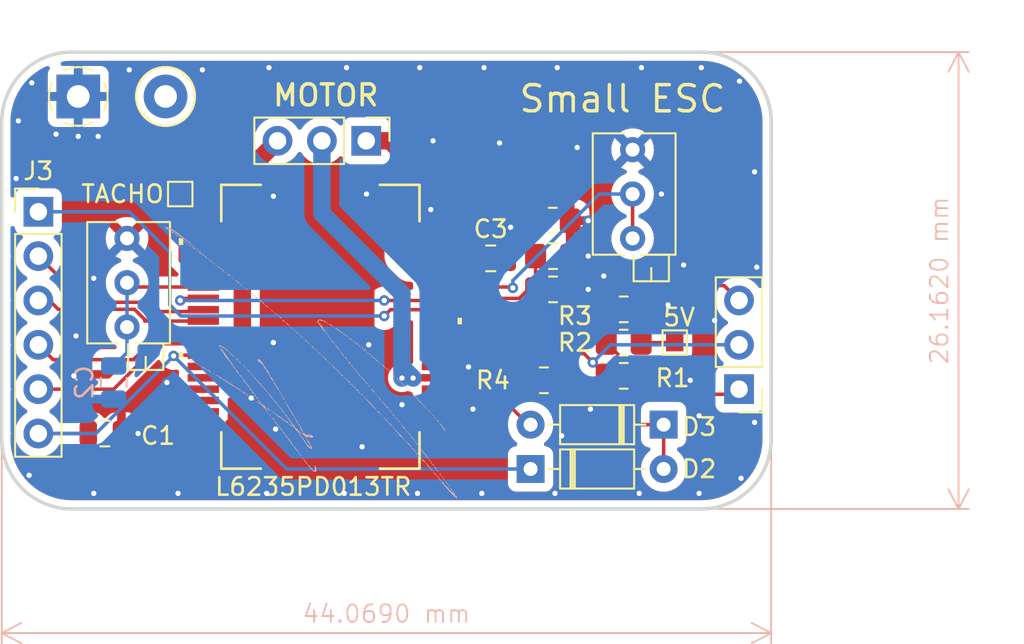
<source format=kicad_pcb>
(kicad_pcb (version 20221018) (generator pcbnew)
  (layers (0 "F.Cu" signal) (1 "In1.Cu" power) (2 "In2.Cu" power) (31 "B.Cu" signal) (34 "B.Paste" user) (35 "F.Paste" user) (36 "B.SilkS" user "B.Silkscreen") (37 "F.SilkS" user "F.Silkscreen") (38 "B.Mask" user) (39 "F.Mask" user) (44 "Edge.Cuts" user))
  (net 0 "")
  (net 1 "/VBOOT")
  (net 2 "GND")
  (net 3 "Net-(U1-RCPULSE)")
  (net 4 "Net-(U1-RCOFF)")
  (net 5 "Net-(D2-K)")
  (net 6 "VDC")
  (net 7 "/Motor1")
  (net 8 "/Motor2")
  (net 9 "/Motor3")
  (net 10 "/DIAG")
  (net 11 "/DIR")
  (net 12 "/ENABLE")
  (net 13 "/SPEED")
  (net 14 "/BRAKE")
  (net 15 "/H3")
  (net 16 "/H2")
  (net 17 "/H1")
  (net 18 "+5V")
  (net 19 "Net-(U1-VCP)")
  (net 20 "/SENSEA")
  (net 29 "Net-(U1-TACHO)")
  (footprint "Resistor_SMD:R_0805_2012Metric_Pad1.20x1.40mm_HandSolder" (layer "F.Cu") (at 80.28 60.96)
    (fp_text reference "R6" hide)
    (fp_text value "10K")
    (pad "1" smd roundrect (at -1 0) (size 1.2 1.4) (layers "F.Cu" "F.Paste" "F.Mask") (roundrect_rratio 0.2083333333) (net 20 "/SENSEA"))
    (pad "2" smd roundrect (at 1 0) (size 1.2 1.4) (layers "F.Cu" "F.Paste" "F.Mask") (roundrect_rratio 0.2083333333) (net 2 "GND"))
  )
  (footprint "Potentiometer_THT:Potentiometer_Bourns_3266Z_Horizontal" (layer "F.Cu") (at 84.836 54.864 90)
    (fp_text reference "RV2" hide)
    (fp_text value "R_Potentiometer_Trim" hide)
    (pad "1" thru_hole circle (at 0 0 90) (size 1.44 1.44) (drill 0.8) (layers "*.Cu" "*.Mask") (net 2 "GND"))
    (pad "2" thru_hole circle (at -2.54 0 90) (size 1.44 1.44) (drill 0.8) (layers "*.Cu" "*.Mask") (net 4 "Net-(U1-RCOFF)"))
    (pad "3" thru_hole circle (at -5.08 0 90) (size 1.44 1.44) (drill 0.8) (layers "*.Cu" "*.Mask") (net 4 "Net-(U1-RCOFF)"))
  )
  (footprint "Resistor_SMD:R_0805_2012Metric_Pad1.20x1.40mm_HandSolder" (layer "F.Cu") (at 84.328 65.913 180)
    (fp_text reference "R2" (at 2.794 0) (layer "F.SilkS"))
    (fp_text value "10K")
    (pad "1" smd roundrect (at -1 0 180) (size 1.2 1.4) (layers "F.Cu" "F.Paste" "F.Mask") (roundrect_rratio 0.2083333333) (net 18 "+5V"))
    (pad "2" smd roundrect (at 1 0 180) (size 1.2 1.4) (layers "F.Cu" "F.Paste" "F.Mask") (roundrect_rratio 0.2083333333) (net 15 "/H3"))
  )
  (footprint "Connector_PinHeader_2.54mm:PinHeader_1x03_P2.54mm_Vertical" (layer "F.Cu") (at 90.932 68.58 180)
    (fp_text reference "J4" hide)
    (fp_text value "Conn_01x03" hide)
    (pad "1" thru_hole rect (at 0 0 180) (size 1.7 1.7) (drill 1) (layers "*.Cu" "*.Mask") (net 15 "/H3"))
    (pad "2" thru_hole oval (at 0 2.54 180) (size 1.7 1.7) (drill 1) (layers "*.Cu" "*.Mask") (net 16 "/H2"))
    (pad "3" thru_hole oval (at 0 5.08 180) (size 1.7 1.7) (drill 1) (layers "*.Cu" "*.Mask") (net 17 "/H1"))
  )
  (footprint "Capacitor_SMD:C_0805_2012Metric" (layer "F.Cu") (at 54.61 71.12)
    (fp_text reference "C1" (at 3.048 0.127) (layer "F.SilkS"))
    (fp_text value "220nf")
    (pad "1" smd roundrect (at -0.95 0) (size 1 1.45) (layers "F.Cu" "F.Paste" "F.Mask") (net 1 "/VBOOT"))
    (pad "2" smd roundrect (at 0.95 0) (size 1 1.45) (layers "F.Cu" "F.Paste" "F.Mask") (net 2 "GND"))
  )
  (footprint "Capacitor_SMD:C_0805_2012Metric" (layer "F.Cu") (at 76.708 61.087)
    (fp_text reference "C3" (at 0 -1.68) (layer "F.SilkS"))
    (fp_text value "220nf")
    (pad "1" smd roundrect (at -0.95 0) (size 1 1.45) (layers "F.Cu" "F.Paste" "F.Mask") (net 4 "Net-(U1-RCOFF)"))
    (pad "2" smd roundrect (at 0.95 0) (size 1 1.45) (layers "F.Cu" "F.Paste" "F.Mask") (net 2 "GND"))
  )
  (footprint "Resistor_SMD:R_0805_2012Metric_Pad1.20x1.40mm_HandSolder" (layer "F.Cu") (at 80.264 58.928)
    (fp_text reference "R7" hide)
    (fp_text value "10K")
    (pad "1" smd roundrect (at -1 0) (size 1.2 1.4) (layers "F.Cu" "F.Paste" "F.Mask") (roundrect_rratio 0.2083333333) (net 20 "/SENSEA"))
    (pad "2" smd roundrect (at 1 0) (size 1.2 1.4) (layers "F.Cu" "F.Paste" "F.Mask") (roundrect_rratio 0.2083333333) (net 2 "GND"))
  )
  (footprint "Potentiometer_THT:Potentiometer_Bourns_3266Z_Horizontal" (layer "F.Cu") (at 55.88 59.944 90)
    (fp_text reference "RV1" hide)
    (fp_text value "R_Potentiometer_Trim" hide)
    (pad "1" thru_hole circle (at 0 0 90) (size 1.44 1.44) (drill 0.8) (layers "*.Cu" "*.Mask") (net 2 "GND"))
    (pad "2" thru_hole circle (at -2.54 0 90) (size 1.44 1.44) (drill 0.8) (layers "*.Cu" "*.Mask") (net 3 "Net-(U1-RCPULSE)"))
    (pad "3" thru_hole circle (at -5.08 0 90) (size 1.44 1.44) (drill 0.8) (layers "*.Cu" "*.Mask") (net 3 "Net-(U1-RCPULSE)"))
  )
  (footprint "Resistor_SMD:R_0805_2012Metric_Pad1.20x1.40mm_HandSolder" (layer "F.Cu") (at 84.328 67.818 180)
    (fp_text reference "R1" (at -2.794 -0.127) (layer "F.SilkS"))
    (fp_text value "10K")
    (pad "1" smd roundrect (at -1 0 180) (size 1.2 1.4) (layers "F.Cu" "F.Paste" "F.Mask") (roundrect_rratio 0.2083333333) (net 18 "+5V"))
    (pad "2" smd roundrect (at 1 0 180) (size 1.2 1.4) (layers "F.Cu" "F.Paste" "F.Mask") (roundrect_rratio 0.2083333333) (net 16 "/H2"))
  )
  (footprint "Connector_PinHeader_2.54mm:PinHeader_1x03_P2.54mm_Vertical" (layer "F.Cu") (at 69.581 54.356 -90)
    (fp_text reference "J2" hide)
    (fp_text value "Conn_01x03")
    (pad "1" thru_hole rect (at 0 0 270) (size 1.7 1.7) (drill 1) (layers "*.Cu" "*.Mask") (net 7 "/Motor1"))
    (pad "2" thru_hole oval (at 0 2.54 270) (size 1.7 1.7) (drill 1) (layers "*.Cu" "*.Mask") (net 8 "/Motor2"))
    (pad "3" thru_hole oval (at 0 5.08 270) (size 1.7 1.7) (drill 1) (layers "*.Cu" "*.Mask") (net 9 "/Motor3"))
  )
  (footprint "Resistor_SMD:R_0805_2012Metric_Pad1.20x1.40mm_HandSolder" (layer "F.Cu") (at 84.328 64.008 180)
    (fp_text reference "R3" (at 2.794 -0.381) (layer "F.SilkS"))
    (fp_text value "10K")
    (pad "1" smd roundrect (at -1 0 180) (size 1.2 1.4) (layers "F.Cu" "F.Paste" "F.Mask") (roundrect_rratio 0.2083333333) (net 18 "+5V"))
    (pad "2" smd roundrect (at 1 0 180) (size 1.2 1.4) (layers "F.Cu" "F.Paste" "F.Mask") (roundrect_rratio 0.2083333333) (net 17 "/H1"))
  )
  (footprint "Connector_PinHeader_2.54mm:PinHeader_1x06_P2.54mm_Vertical" (layer "F.Cu") (at 50.8 58.42)
    (fp_text reference "J3" (at 0 -2.33) (layer "F.SilkS"))
    (fp_text value "Conn_01x06" hide)
    (pad "1" thru_hole rect (at 0 0) (size 1.7 1.7) (drill 1) (layers "*.Cu" "*.Mask") (net 10 "/DIAG"))
    (pad "2" thru_hole oval (at 0 2.54) (size 1.7 1.7) (drill 1) (layers "*.Cu" "*.Mask") (net 11 "/DIR"))
    (pad "3" thru_hole oval (at 0 5.08) (size 1.7 1.7) (drill 1) (layers "*.Cu" "*.Mask") (net 12 "/ENABLE"))
    (pad "4" thru_hole oval (at 0 7.62) (size 1.7 1.7) (drill 1) (layers "*.Cu" "*.Mask") (net 13 "/SPEED"))
    (pad "5" thru_hole oval (at 0 10.16) (size 1.7 1.7) (drill 1) (layers "*.Cu" "*.Mask") (net 14 "/BRAKE"))
    (pad "6" thru_hole oval (at 0 12.7) (size 1.7 1.7) (drill 1) (layers "*.Cu" "*.Mask") (net 1 "/VBOOT"))
  )
  (footprint "Diode_THT:D_DO-35_SOD27_P7.62mm_Horizontal" (layer "F.Cu") (at 86.614 70.612 180)
    (fp_text reference "D2" (at -2.032 -2.54) (layer "F.SilkS"))
    (fp_text value "1N4448" hide)
    (pad "1" thru_hole rect (at 0 0 180) (size 1.6 1.6) (drill 0.8) (layers "*.Cu" "*.Mask") (net 5 "Net-(D2-K)"))
    (pad "2" thru_hole oval (at 7.62 0 180) (size 1.6 1.6) (drill 0.8) (layers "*.Cu" "*.Mask") (net 6 "VDC"))
  )
  (footprint "TerminalBlock_RND:TerminalBlock_RND_205-00001_1x02_P5.00mm_Horizontal" (layer "F.Cu") (at 53.086 51.816)
    (fp_text reference "J1" hide)
    (fp_text value "Conn_01x02" hide)
    (pad "1" thru_hole rect (at 0 0) (size 2.5 2.5) (drill 1.3) (layers "*.Cu" "*.Mask") (net 2 "GND"))
    (pad "2" thru_hole circle (at 5 0) (size 2.5 2.5) (drill 1.3) (layers "*.Cu" "*.Mask") (net 6 "VDC"))
  )
  (footprint "footprints:PowerSO-36_STM" (layer "F.Cu") (at 66.9544 65.005001 180)
    (fp_text reference "U1" hide)
    (fp_text value "L6235PD013TR" (at 0.4064 -9.162999 unlocked) (layer "F.SilkS"))
    (pad "1" smd rect (at -6.7056 -5.525 180) (size 1.792199 0.431) (layers "F.Cu" "F.Paste" "F.Mask") (net 2 "GND"))
    (pad "2" smd rect (at -6.7056 -4.874999 180) (size 1.792199 0.431) (layers "F.Cu" "F.Paste" "F.Mask"))
    (pad "3" smd rect (at -6.7056 -4.224998 180) (size 1.792199 0.431) (layers "F.Cu" "F.Paste" "F.Mask"))
    (pad "4" smd rect (at -6.7056 -3.574999 180) (size 1.792199 0.431) (layers "F.Cu" "F.Paste" "F.Mask") (net 6 "VDC"))
    (pad "5" smd rect (at -6.7056 -2.924998 180) (size 1.792199 0.431) (layers "F.Cu" "F.Paste" "F.Mask") (net 8 "/Motor2"))
    (pad "6" smd rect (at -6.7056 -2.274999 180) (size 1.792199 0.431) (layers "F.Cu" "F.Paste" "F.Mask"))
    (pad "7" smd rect (at -6.7056 -1.624998 180) (size 1.792199 0.431) (layers "F.Cu" "F.Paste" "F.Mask") (net 19 "Net-(U1-VCP)"))
    (pad "8" smd rect (at -6.7056 -0.974999 180) (size 1.792199 0.431) (layers "F.Cu" "F.Paste" "F.Mask") (net 16 "/H2"))
    (pad "9" smd rect (at -6.7056 -0.324998 180) (size 1.792199 0.431) (layers "F.Cu" "F.Paste" "F.Mask") (net 15 "/H3"))
    (pad "10" smd rect (at -6.7056 0.325001 180) (size 1.792199 0.431) (layers "F.Cu" "F.Paste" "F.Mask") (net 17 "/H1"))
    (pad "11" smd rect (at -6.7056 0.975002 180) (size 1.792199 0.431) (layers "F.Cu" "F.Paste" "F.Mask") (net 10 "/DIAG"))
    (pad "12" smd rect (at -6.7056 1.625001 180) (size 1.792199 0.431) (layers "F.Cu" "F.Paste" "F.Mask") (net 20 "/SENSEA"))
    (pad "13" smd rect (at -6.7056 2.275002 180) (size 1.792199 0.431) (layers "F.Cu" "F.Paste" "F.Mask") (net 4 "Net-(U1-RCOFF)"))
    (pad "14" smd rect (at -6.7056 2.925 180) (size 1.792199 0.431) (layers "F.Cu" "F.Paste" "F.Mask"))
    (pad "15" smd rect (at -6.7056 3.575002 180) (size 1.792199 0.431) (layers "F.Cu" "F.Paste" "F.Mask") (net 7 "/Motor1"))
    (pad "16" smd rect (at -6.7056 4.225 180) (size 1.792199 0.431) (layers "F.Cu" "F.Paste" "F.Mask"))
    (pad "17" smd rect (at -6.7056 4.874999 180) (size 1.792199 0.431) (layers "F.Cu" "F.Paste" "F.Mask"))
    (pad "18" smd rect (at -6.7056 5.525 180) (size 1.792199 0.431) (layers "F.Cu" "F.Paste" "F.Mask") (net 2 "GND"))
    (pad "19" smd rect (at 6.7056 5.525 180) (size 1.792199 0.431) (layers "F.Cu" "F.Paste" "F.Mask") (net 2 "GND"))
    (pad "20" smd rect (at 6.7056 4.874999 180) (size 1.792199 0.431) (layers "F.Cu" "F.Paste" "F.Mask"))
    (pad "21" smd rect (at 6.7056 4.225 180) (size 1.792199 0.431) (layers "F.Cu" "F.Paste" "F.Mask"))
    (pad "22" smd rect (at 6.7056 3.574999 180) (size 1.792199 0.431) (layers "F.Cu" "F.Paste" "F.Mask") (net 29 "Net-(U1-TACHO)"))
    (pad "23" smd rect (at 6.7056 2.925 180) (size 1.792199 0.431) (layers "F.Cu" "F.Paste" "F.Mask"))
    (pad "24" smd rect (at 6.7056 2.274999 180) (size 1.792199 0.431) (layers "F.Cu" "F.Paste" "F.Mask") (net 3 "Net-(U1-RCPULSE)"))
    (pad "25" smd rect (at 6.7056 1.625001 180) (size 1.792199 0.431) (layers "F.Cu" "F.Paste" "F.Mask") (net 20 "/SENSEA"))
    (pad "26" smd rect (at 6.7056 0.974999 180) (size 1.792199 0.431) (layers "F.Cu" "F.Paste" "F.Mask") (net 11 "/DIR"))
    (pad "27" smd rect (at 6.7056 0.325001 180) (size 1.792199 0.431) (layers "F.Cu" "F.Paste" "F.Mask") (net 12 "/ENABLE"))
    (pad "28" smd rect (at 6.7056 -0.325001 180) (size 1.792199 0.431) (layers "F.Cu" "F.Paste" "F.Mask") (net 13 "/SPEED"))
    (pad "29" smd rect (at 6.7056 -0.974999 180) (size 1.792199 0.431) (layers "F.Cu" "F.Paste" "F.Mask") (net 14 "/BRAKE"))
    (pad "30" smd rect (at 6.7056 -1.625001 180) (size 1.792199 0.431) (layers "F.Cu" "F.Paste" "F.Mask") (net 1 "/VBOOT"))
    (pad "31" smd rect (at 6.7056 -2.274999 180) (size 1.792199 0.431) (layers "F.Cu" "F.Paste" "F.Mask"))
    (pad "32" smd rect (at 6.7056 -2.925 180) (size 1.792199 0.431) (layers "F.Cu" "F.Paste" "F.Mask") (net 9 "/Motor3"))
    (pad "33" smd rect (at 6.7056 -3.574999 180) (size 1.792199 0.431) (layers "F.Cu" "F.Paste" "F.Mask") (net 6 "VDC"))
    (pad "34" smd rect (at 6.7056 -4.225 180) (size 1.792199 0.431) (layers "F.Cu" "F.Paste" "F.Mask"))
    (pad "35" smd rect (at 6.7056 -4.874999 180) (size 1.792199 0.431) (layers "F.Cu" "F.Paste" "F.Mask"))
    (pad "36" smd rect (at 6.7056 -5.525 180) (size 1.792199 0.431) (layers "F.Cu" "F.Paste" "F.Mask") (net 2 "GND"))
    (pad "EPAD" smd rect (at 0 0 180) (size 6.1976 16.002001) (layers "F.Cu" "F.Mask") (net 2 "GND"))
  )
  (footprint "Resistor_SMD:R_0805_2012Metric_Pad1.20x1.40mm_HandSolder" (layer "F.Cu") (at 80.28 62.865)
    (fp_text reference "R5" hide)
    (fp_text value "10K")
    (pad "1" smd roundrect (at -1 0) (size 1.2 1.4) (layers "F.Cu" "F.Paste" "F.Mask") (roundrect_rratio 0.2083333333) (net 20 "/SENSEA"))
    (pad "2" smd roundrect (at 1 0) (size 1.2 1.4) (layers "F.Cu" "F.Paste" "F.Mask") (roundrect_rratio 0.2083333333) (net 2 "GND"))
  )
  (footprint "Resistor_SMD:R_0805_2012Metric_Pad1.20x1.40mm_HandSolder" (layer "F.Cu") (at 79.756 68.072 180)
    (fp_text reference "R4" (at 2.921 0) (layer "F.SilkS"))
    (fp_text value "100")
    (pad "1" smd roundrect (at -1 0 180) (size 1.2 1.4) (layers "F.Cu" "F.Paste" "F.Mask") (roundrect_rratio 0.2083333333) (net 5 "Net-(D2-K)"))
    (pad "2" smd roundrect (at 1 0 180) (size 1.2 1.4) (layers "F.Cu" "F.Paste" "F.Mask") (roundrect_rratio 0.2083333333) (net 19 "Net-(U1-VCP)"))
  )
  (footprint "TestPoint:TestPoint_Pad_1.0x1.0mm" (layer "F.Cu") (at 87.249 65.913)
    (fp_text reference "5V" (at 0.254 -1.448) (layer "F.SilkS"))
    (fp_text value "TestPoint" hide)
    (pad "1" smd rect (at 0 0) (size 1 1) (layers "F.Cu" "F.Mask") (net 18 "+5V"))
  )
  (footprint "TestPoint:TestPoint_Pad_1.0x1.0mm" (layer "F.Cu") (at 58.928 57.404)
    (fp_text reference "TACHO" (at -3.302 0) (layer "F.SilkS"))
    (fp_text value "TestPoint")
    (pad "1" smd rect (at 0 0) (size 1 1) (layers "F.Cu" "F.Mask") (net 29 "Net-(U1-TACHO)"))
  )
  (footprint "Diode_THT:D_DO-35_SOD27_P7.62mm_Horizontal" (layer "F.Cu") (at 78.994 73.152)
    (fp_text reference "D3" (at 9.652 -2.413) (layer "F.SilkS"))
    (fp_text value "1N4448" hide)
    (pad "1" thru_hole rect (at 0 0) (size 1.6 1.6) (drill 0.8) (layers "*.Cu" "*.Mask") (net 1 "/VBOOT"))
    (pad "2" thru_hole oval (at 7.62 0) (size 1.6 1.6) (drill 0.8) (layers "*.Cu" "*.Mask") (net 5 "Net-(D2-K)"))
  )
  (footprint "Capacitor_SMD:C_0805_2012Metric" (layer "B.Cu") (at 55.118 68.199 -90)
    (fp_text reference "C2" (at 0 1.68 90) (layer "B.SilkS") (effects (justify mirror)))
    (fp_text value "220nf")
    (pad "1" smd roundrect (at -0.95 0 270) (size 1 1.45) (layers "B.Cu" "B.Paste" "B.Mask") (net 3 "Net-(U1-RCPULSE)"))
    (pad "2" smd roundrect (at 0.95 0 270) (size 1 1.45) (layers "B.Cu" "B.Paste" "B.Mask") (net 2 "GND"))
  )
  (footprint "footprints:silk" (layer "B.Cu") (at 67.91479 66.958341 180)
    (fp_text reference "G***" hide)
    (fp_text value "LOGO" hide)
  )
  (gr_arc (start 92.7735 71.438) (mid 91.601927 74.266427) (end 88.7735 75.438) (stroke (width 0.2)) (layer "Edge.Cuts"))
  (gr_line (start 52.7045 49.276) (end 88.7735 49.276) (stroke (width 0.2)) (layer "Edge.Cuts"))
  (gr_arc (start 52.7045 75.438) (mid 49.876073 74.266427) (end 48.7045 71.438) (stroke (width 0.2)) (layer "Edge.Cuts"))
  (gr_line (start 48.7045 71.438) (end 48.7045 53.276) (stroke (width 0.2)) (layer "Edge.Cuts"))
  (gr_arc (start 88.7735 49.276) (mid 91.601927 50.447573) (end 92.7735 53.276) (stroke (width 0.2)) (layer "Edge.Cuts"))
  (gr_line (start 88.7735 75.438) (end 52.7045 75.438) (stroke (width 0.2)) (layer "Edge.Cuts"))
  (gr_arc (start 48.7045 53.276) (mid 49.876073 50.447573) (end 52.7045 49.276) (stroke (width 0.2)) (layer "Edge.Cuts"))
  (gr_line (start 92.7735 53.276) (end 92.7735 71.438) (stroke (width 0.2)) (layer "Edge.Cuts"))
  (gr_text "MOTOR\n" (at 64.135 52.451) (layer "F.SilkS") (effects (font (size 1.2 1.2) (thickness 0.2) bold) (justify left bottom)))
  (gr_text "Small ESC\n" (at 78.232 52.832) (layer "F.SilkS") (effects (font (size 1.5 1.5) (thickness 0.2)) (justify left bottom)))
  (dimension (type aligned) (layer "B.SilkS") (pts (xy 88.7735 75.438) (xy 88.7735 49.276)) (height 14.7315) (gr_text "26.1620 mm" (at 102.405 62.357 90) (layer "B.SilkS") (effects (font (size 1 1) (thickness 0.1)))) (format (prefix "") (suffix "") (units 3) (units_format 1) (precision 4)) (style (thickness 0.1) (arrow_length 1.27) (text_position_mode 0) (extension_height 0.58642) (extension_offset 0.5) keep_text_aligned))
  (dimension (type aligned) (layer "B.SilkS") (pts (xy 48.7045 71.438) (xy 92.7735 71.438)) (height 11.112) (gr_text "44.0690 mm" (at 70.739 81.45) (layer "B.SilkS") (effects (font (size 1 1) (thickness 0.1)))) (format (prefix "") (suffix "") (units 3) (units_format 1) (precision 4)) (style (thickness 0.1) (arrow_length 1.27) (text_position_mode 0) (extension_height 0.58642) (extension_offset 0.5) keep_text_aligned))
  (segment (start 58.591998 66.630002) (end 58.547 66.675) (width 0.2) (layer "F.Cu") (net 1))
  (segment (start 53.66 71.12) (end 50.8 71.12) (width 0.2) (layer "F.Cu") (net 1))
  (segment (start 60.2488 66.630002) (end 58.591998 66.630002) (width 0.2) (layer "F.Cu") (net 1))
  (via (at 58.547 66.675) (size 0.6) (drill 0.3) (layers "F.Cu" "B.Cu") (net 1))
  (segment (start 65.024 73.152) (end 58.547 66.675) (width 0.2) (layer "B.Cu") (net 1))
  (segment (start 54.102 71.12) (end 58.547 66.675) (width 0.2) (layer "B.Cu") (net 1))
  (segment (start 50.8 71.12) (end 54.102 71.12) (width 0.2) (layer "B.Cu") (net 1))
  (segment (start 78.994 73.152) (end 65.024 73.152) (width 0.2) (layer "B.Cu") (net 1))
  (segment (start 81.264 58.928) (end 81.264 60.944) (width 0.2) (layer "F.Cu") (net 2))
  (segment (start 55.56 71.12) (end 56.515 71.12) (width 0.2) (layer "F.Cu") (net 2))
  (segment (start 81.264 58.928) (end 82.296 58.928) (width 0.2) (layer "F.Cu") (net 2))
  (segment (start 81.28 62.865) (end 81.28 60.96) (width 0.2) (layer "F.Cu") (net 2))
  (segment (start 81.28 62.865) (end 82.296 62.865) (width 0.2) (layer "F.Cu") (net 2))
  (segment (start 81.28 60.96) (end 82.296 60.96) (width 0.2) (layer "F.Cu") (net 2))
  (segment (start 81.264 60.944) (end 81.28 60.96) (width 0.2) (layer "F.Cu") (net 2))
  (via (at 56.515 71.12) (size 0.6) (drill 0.3) (layers "F.Cu" "B.Cu") (net 2))
  (via (at 82.296 60.96) (size 0.6) (drill 0.3) (layers "F.Cu" "B.Cu") (net 2))
  (via (at 49.657 53.213) (size 0.6) (drill 0.3) (layers "F.Cu" "B.Cu") (net 2))
  (via (at 68.326 74.549) (size 0.6) (drill 0.3) (layers "F.Cu" "B.Cu") (net 2))
  (via (at 82.423 69.723) (size 0.6) (drill 0.3) (layers "F.Cu" "B.Cu") (net 2))
  (via (at 64.262 57.531) (size 0.6) (drill 0.3) (layers "F.Cu" "B.Cu") (net 2))
  (via (at 81.661 54.737) (size 0.6) (drill 0.3) (layers "F.Cu" "B.Cu") (net 2))
  (via (at 51.816 53.975) (size 0.6) (drill 0.3) (layers "F.Cu" "B.Cu") (net 2))
  (via (at 71.628 69.469) (size 0.6) (drill 0.3) (layers "F.Cu" "B.Cu") (net 2))
  (via (at 68.453 50.165) (size 0.6) (drill 0.3) (layers "F.Cu" "B.Cu") (net 2))
  (via (at 91.821 56.134) (size 0.6) (drill 0.3) (layers "F.Cu" "B.Cu") (net 2))
  (via (at 90.959027 50.939452) (size 0.6) (drill 0.3) (layers "F.Cu" "B.Cu") (net 2))
  (via (at 52.832 67.818) (size 0.6) (drill 0.3) (layers "F.Cu" "B.Cu") (net 2))
  (via (at 82.296 58.928) (size 0.6) (drill 0.3) (layers "F.Cu" "B.Cu") (net 2))
  (via (at 53.975 74.549) (size 0.6) (drill 0.3) (layers "F.Cu" "B.Cu") (net 2))
  (via (at 88.138 68.072) (size 0.6) (drill 0.3) (layers "F.Cu" "B.Cu") (net 2))
  (via (at 69.723 66.04) (size 0.6) (drill 0.3) (layers "F.Cu" "B.Cu") (net 2))
  (via (at 72.644 50.165) (size 0.6) (drill 0.3) (layers "F.Cu" "B.Cu") (net 2))
  (via (at 89.535 64.643) (size 0.6) (drill 0.3) (layers "F.Cu" "B.Cu") (net 2))
  (via (at 80.391 74.549) (size 0.6) (drill 0.3) (layers "F.Cu" "B.Cu") (net 2))
  (via (at 75.692 69.723) (size 0.6) (drill 0.3) (layers "F.Cu" "B.Cu") (net 2))
  (via (at 88.646 74.549) (size 0.6) (drill 0.3) (layers "F.Cu" "B.Cu") (net 2))
  (via (at 53.086 54.102) (size 0.6) (drill 0.3) (layers "F.Cu" "B.Cu") (net 2))
  (via (at 85.217 74.549) (size 0.6) (drill 0.3) (layers "F.Cu" "B.Cu") (net 2))
  (via (at 75.438 67.31) (size 0.6) (drill 0.3) (layers "F.Cu" "B.Cu") (net 2))
  (via (at 88.773 50.165) (size 0.6) (drill 0.3) (layers "F.Cu" "B.Cu") (net 2))
  (via (at 58.801 74.549) (size 0.6) (drill 0.3) (layers "F.Cu" "B.Cu") (net 2))
  (via (at 80.518 50.165) (size 0.6) (drill 0.3) (layers "F.Cu" "B.Cu") (net 2))
  (via (at 64.262 65.913) (size 0.6) (drill 0.3) (layers "F.Cu" "B.Cu") (net 2))
  (via (at 58.166 68.199) (size 0.6) (drill 0.3) (layers "F.Cu" "B.Cu") (net 2))
  (via (at 88.646 70.104) (size 0.6) (drill 0.3) (layers "F.Cu" "B.Cu") (net 2))
  (via (at 56.007 50.292) (size 0.6) (drill 0.3) (layers "F.Cu" "B.Cu") (net 2))
  (via (at 62.992 69.088) (size 0.6) (drill 0.3) (layers "F.Cu" "B.Cu") (net 2))
  (via (at 91.948 61.595) (size 0.6) (drill 0.3) (layers "F.Cu" "B.Cu") (net 2))
  (via (at 73.279 58.293) (size 0.6) (drill 0.3) (layers "F.Cu" "B.Cu") (net 2))
  (via (at 50.423422 51.035001) (size 0.6) (drill 0.3) (layers "F.Cu" "B.Cu") (net 2))
  (via (at 86.868 63.754) (size 0.6) (drill 0.3) (layers "F.Cu" "B.Cu") (net 2))
  (via (at 77.216 54.483) (size 0.6) (drill 0.3) (layers "F.Cu" "B.Cu") (net 2))
  (via (at 87.757 61.468) (size 0.6) (drill 0.3) (layers "F.Cu" "B.Cu") (net 2))
  (via (at 69.342 71.882) (size 0.6) (drill 0.3) (layers "F.Cu" "B.Cu") (net 2))
  (via (at 64.389 70.866) (size 0.6) (drill 0.3) (layers "F.Cu" "B.Cu") (net 2))
  (via (at 73.406 54.356) (size 0.6) (drill 0.3) (layers "F.Cu" "B.Cu") (net 2))
  (via (at 77.851 59.309) (size 0.6) (drill 0.3) (layers "F.Cu" "B.Cu") (net 2))
  (via (at 86.487 57.404) (size 0.6) (drill 0.3) (layers "F.Cu" "B.Cu") (net 2))
  (via (at 60.198 50.292) (size 0.6) (drill 0.3) (layers "F.Cu" "B.Cu") (net 2))
  (via (at 53.975 62.23) (size 0.6) (drill 0.3) (layers "F.Cu" "B.Cu") (net 2))
  (via (at 72.517 74.549) (size 0.6) (drill 0.3) (layers "F.Cu" "B.Cu") (net 2))
  (via (at 63.881 74.549) (size 0.6) (drill 0.3) (layers "F.Cu" "B.Cu") (net 2))
  (via (at 80.772 71.247) (size 0.6) (drill 0.3) (layers "F.Cu" "B.Cu") (net 2))
  (via (at 54.229 54.102) (size 0.6) (drill 0.3) (layers "F.Cu" "B.Cu") (net 2))
  (via (at 76.2 74.549) (size 0.6) (drill 0.3) (layers "F.Cu" "B.Cu") (net 2))
  (via (at 69.596 57.404) (size 0.6) (drill 0.3) (layers "F.Cu" "B.Cu") (net 2))
  (via (at 91.821 70.485) (size 0.6) (drill 0.3) (layers "F.Cu" "B.Cu") (net 2))
  (via (at 83.185 62.103) (size 0.6) (drill 0.3) (layers "F.Cu" "B.Cu") (net 2))
  (via (at 76.327 50.165) (size 0.6) (drill 0.3) (layers "F.Cu" "B.Cu") (net 2))
  (via (at 52.959 65.532) (size 0.6) (drill 0.3) (layers "F.Cu" "B.Cu") (net 2))
  (via (at 50.270646 73.512732) (size 0.6) (drill 0.3) (layers "F.Cu" "B.Cu") (net 2))
  (via (at 91.047446 73.686131) (size 0.6) (drill 0.3) (layers "F.Cu" "B.Cu") (net 2))
  (via (at 85.344 50.165) (size 0.6) (drill 0.3) (layers "F.Cu" "B.Cu") (net 2))
  (via (at 82.296 62.865) (size 0.6) (drill 0.3) (layers "F.Cu" "B.Cu") (net 2))
  (via (at 49.53 56.515) (size 0.6) (drill 0.3) (layers "F.Cu" "B.Cu") (net 2))
  (via (at 64.008 50.165) (size 0.6) (drill 0.3) (layers "F.Cu" "B.Cu") (net 2))
  (segment (start 60.2488 62.730002) (end 56.126002 62.730002) (width 0.2) (layer "F.Cu") (net 3))
  (segment (start 56.126002 62.730002) (end 55.88 62.484) (width 0.2) (layer "F.Cu") (net 3))
  (segment (start 55.88 65.024) (end 55.88 62.484) (width 0.2) (layer "B.Cu") (net 3))
  (segment (start 55.118 67.249) (end 55.88 66.487) (width 0.2) (layer "B.Cu") (net 3))
  (segment (start 55.88 66.487) (end 55.88 65.024) (width 0.2) (layer "B.Cu") (net 3))
  (segment (start 84.836 59.944) (end 84.836 57.404) (width 0.2) (layer "F.Cu") (net 4))
  (segment (start 77.927999 62.729999) (end 73.66 62.729999) (width 0.2) (layer "F.Cu") (net 4))
  (segment (start 77.978 62.78) (end 77.927999 62.729999) (width 0.2) (layer "F.Cu") (net 4))
  (segment (start 73.66 62.729999) (end 74.756099 62.729999) (width 0.2) (layer "F.Cu") (net 4))
  (segment (start 74.756099 62.729999) (end 75.758 61.728098) (width 0.2) (layer "F.Cu") (net 4))
  (segment (start 75.758 61.728098) (end 75.758 61.087) (width 0.2) (layer "F.Cu") (net 4))
  (via (at 77.978 62.78) (size 0.6) (drill 0.3) (layers "F.Cu" "B.Cu") (net 4))
  (segment (start 82.931 57.404) (end 77.978 62.357) (width 0.2) (layer "B.Cu") (net 4))
  (segment (start 77.978 62.357) (end 77.978 62.78) (width 0.2) (layer "B.Cu") (net 4))
  (segment (start 84.836 57.404) (end 82.931 57.404) (width 0.2) (layer "B.Cu") (net 4))
  (segment (start 80.756 69.58) (end 81.788 70.612) (width 0.2) (layer "F.Cu") (net 5))
  (segment (start 80.756 68.072) (end 80.756 69.58) (width 0.2) (layer "F.Cu") (net 5))
  (segment (start 86.614 70.612) (end 86.614 73.152) (width 0.2) (layer "F.Cu") (net 5))
  (segment (start 81.788 70.612) (end 86.614 70.612) (width 0.2) (layer "F.Cu") (net 5))
  (segment (start 78.994 70.612) (end 78.867 70.612) (width 0.2) (layer "F.Cu") (net 6))
  (segment (start 76.835 68.58) (end 73.66 68.58) (width 0.2) (layer "F.Cu") (net 6))
  (segment (start 78.867 70.612) (end 76.835 68.58) (width 0.2) (layer "F.Cu") (net 6))
  (segment (start 73.66 61.429999) (end 72.097999 61.429999) (width 0.4) (layer "F.Cu") (net 7))
  (segment (start 71.628 60.96) (end 71.628 55.053) (width 1) (layer "F.Cu") (net 7))
  (segment (start 72.097999 61.429999) (end 71.628 60.96) (width 1) (layer "F.Cu") (net 7))
  (segment (start 71.628 55.053) (end 70.931 54.356) (width 1) (layer "F.Cu") (net 7))
  (segment (start 70.931 54.356) (end 69.581 54.356) (width 1) (layer "F.Cu") (net 7))
  (segment (start 72.278001 67.929999) (end 72.263 67.945) (width 0.4) (layer "F.Cu") (net 8))
  (segment (start 73.66 67.929999) (end 72.278001 67.929999) (width 0.4) (layer "F.Cu") (net 8))
  (segment (start 71.628 67.945) (end 72.263 67.945) (width 0.4) (layer "F.Cu") (net 8))
  (segment (start 72.263 67.914998) (end 72.278001 67.929999) (width 0.4) (layer "F.Cu") (net 8))
  (via (at 72.263 67.945) (size 0.6) (drill 0.3) (layers "F.Cu" "B.Cu") (net 8))
  (via (at 71.628 67.945) (size 0.6) (drill 0.3) (layers "F.Cu" "B.Cu") (net 8))
  (segment (start 71.628 67.437) (end 71.755 67.437) (width 1) (layer "B.Cu") (net 8))
  (segment (start 67.041 58.514786) (end 71.628 63.101786) (width 1) (layer "B.Cu") (net 8))
  (segment (start 71.755 67.437) (end 72.263 67.945) (width 1) (layer "B.Cu") (net 8))
  (segment (start 71.628 67.437) (end 71.628 67.945) (width 1) (layer "B.Cu") (net 8))
  (segment (start 71.628 63.101786) (end 71.628 67.437) (width 1) (layer "B.Cu") (net 8))
  (segment (start 67.041 54.356) (end 67.041 58.514786) (width 1) (layer "B.Cu") (net 8))
  (segment (start 61.7109 67.564) (end 61.976 67.564) (width 0.2) (layer "F.Cu") (net 9))
  (segment (start 64.501 54.356) (end 62.484 56.373) (width 1) (layer "F.Cu") (net 9))
  (segment (start 62.484 56.373) (end 62.484 67.564) (width 1) (layer "F.Cu") (net 9))
  (segment (start 62.484 67.564) (end 61.976 68.072) (width 1) (layer "F.Cu") (net 9))
  (segment (start 61.976 68.072) (end 61.976 67.564) (width 1) (layer "F.Cu") (net 9))
  (segment (start 60.2488 67.930001) (end 61.609999 67.930001) (width 0.4) (layer "F.Cu") (net 9))
  (segment (start 61.609999 67.930001) (end 61.976 67.564) (width 0.4) (layer "F.Cu") (net 9))
  (segment (start 73.66 64.029999) (end 70.971001 64.029999) (width 0.2) (layer "F.Cu") (net 10))
  (segment (start 70.971001 64.029999) (end 70.612 64.389) (width 0.2) (layer "F.Cu") (net 10))
  (via (at 70.612 64.389) (size 0.6) (drill 0.3) (layers "F.Cu" "B.Cu") (net 10))
  (segment (start 58.328 63.748529) (end 58.968471 64.389) (width 0.2) (layer "B.Cu") (net 10))
  (segment (start 58.968471 64.389) (end 70.612 64.389) (width 0.2) (layer "B.Cu") (net 10))
  (segment (start 50.8 58.42) (end 56.007 58.42) (width 0.2) (layer "B.Cu") (net 10))
  (segment (start 56.007 58.42) (end 58.328 60.741) (width 0.2) (layer "B.Cu") (net 10))
  (segment (start 58.328 60.741) (end 58.328 63.748529) (width 0.2) (layer "B.Cu") (net 10))
  (segment (start 53.444 63.604) (end 57.150494 63.604) (width 0.2) (layer "F.Cu") (net 11))
  (segment (start 57.681494 64.135) (end 60.143802 64.135) (width 0.2) (layer "F.Cu") (net 11))
  (segment (start 50.8 60.96) (end 53.444 63.604) (width 0.2) (layer "F.Cu") (net 11))
  (segment (start 60.143802 64.135) (end 60.2488 64.030002) (width 0.2) (layer "F.Cu") (net 11))
  (segment (start 57.150494 63.604) (end 57.681494 64.135) (width 0.2) (layer "F.Cu") (net 11))
  (segment (start 56.302498 64.004) (end 51.939 64.004) (width 0.2) (layer "F.Cu") (net 12))
  (segment (start 56.9 64.68) (end 56.9 64.601502) (width 0.2) (layer "F.Cu") (net 12))
  (segment (start 51.435 63.5) (end 50.8 63.5) (width 0.2) (layer "F.Cu") (net 12))
  (segment (start 56.9 64.601502) (end 56.302498 64.004) (width 0.2) (layer "F.Cu") (net 12))
  (segment (start 51.939 64.004) (end 51.435 63.5) (width 0.2) (layer "F.Cu") (net 12))
  (segment (start 60.2488 64.68) (end 56.9 64.68) (width 0.2) (layer "F.Cu") (net 12))
  (segment (start 57.802312 65.330002) (end 60.2488 65.330002) (width 0.2) (layer "F.Cu") (net 13))
  (segment (start 56.242314 66.89) (end 57.802312 65.330002) (width 0.2) (layer "F.Cu") (net 13))
  (segment (start 51.65 66.89) (end 56.242314 66.89) (width 0.2) (layer "F.Cu") (net 13))
  (segment (start 50.8 66.04) (end 51.65 66.89) (width 0.2) (layer "F.Cu") (net 13))
  (segment (start 55.118 68.58) (end 57.718 65.98) (width 0.2) (layer "F.Cu") (net 14))
  (segment (start 57.718 65.98) (end 60.2488 65.98) (width 0.2) (layer "F.Cu") (net 14))
  (segment (start 50.8 68.58) (end 55.118 68.58) (width 0.2) (layer "F.Cu") (net 14))
  (segment (start 90.64 68.872) (end 84.797256 68.872) (width 0.2) (layer "F.Cu") (net 15))
  (segment (start 73.66 65.329999) (end 79.045999 65.329999) (width 0.2) (layer "F.Cu") (net 15))
  (segment (start 84.797256 68.872) (end 84.228 68.302744) (width 0.2) (layer "F.Cu") (net 15))
  (segment (start 90.932 68.58) (end 90.64 68.872) (width 0.2) (layer "F.Cu") (net 15))
  (segment (start 84.228 66.813) (end 83.328 65.913) (width 0.2) (layer "F.Cu") (net 15))
  (segment (start 84.228 68.302744) (end 84.228 66.813) (width 0.2) (layer "F.Cu") (net 15))
  (segment (start 79.045999 65.329999) (end 79.756 66.04) (width 0.2) (layer "F.Cu") (net 15))
  (segment (start 79.883 65.913) (end 83.328 65.913) (width 0.2) (layer "F.Cu") (net 15))
  (segment (start 79.756 66.04) (end 79.883 65.913) (width 0.2) (layer "F.Cu") (net 15))
  (segment (start 78.68 65.98) (end 73.66 65.98) (width 0.2) (layer "F.Cu") (net 16))
  (segment (start 79.248 66.548) (end 78.68 65.98) (width 0.2) (layer "F.Cu") (net 16))
  (segment (start 83.328 67.818) (end 82.058 66.548) (width 0.2) (layer "F.Cu") (net 16))
  (segment (start 82.058 66.548) (end 79.248 66.548) (width 0.2) (layer "F.Cu") (net 16))
  (via (at 82.558 67.048) (size 0.6) (drill 0.3) (layers "F.Cu" "B.Cu") (net 16))
  (segment (start 83.566 66.04) (end 90.932 66.04) (width 0.2) (layer "B.Cu") (net 16))
  (segment (start 82.558 67.048) (end 83.566 66.04) (width 0.2) (layer "B.Cu") (net 16))
  (segment (start 73.66 64.68) (end 82.656 64.68) (width 0.2) (layer "F.Cu") (net 17))
  (segment (start 82.656 64.68) (end 83.328 64.008) (width 0.2) (layer "F.Cu") (net 17))
  (segment (start 90.082 62.65) (end 84.686 62.65) (width 0.2) (layer "F.Cu") (net 17))
  (segment (start 90.932 63.5) (end 90.082 62.65) (width 0.2) (layer "F.Cu") (net 17))
  (segment (start 84.686 62.65) (end 83.328 64.008) (width 0.2) (layer "F.Cu") (net 17))
  (segment (start 87.249 65.913) (end 85.328 65.913) (width 0.2) (layer "F.Cu") (net 18))
  (segment (start 77.313999 66.629999) (end 73.66 66.629999) (width 0.2) (layer "F.Cu") (net 19))
  (segment (start 73.705001 66.675) (end 73.66 66.629999) (width 0.2) (layer "F.Cu") (net 19))
  (segment (start 78.756 68.072) (end 77.313999 66.629999) (width 0.2) (layer "F.Cu") (net 19))
  (segment (start 59.048 63.38) (end 58.928 63.5) (width 0.2) (layer "F.Cu") (net 20))
  (segment (start 78.352 63.38) (end 78.867 62.865) (width 0.2) (layer "F.Cu") (net 20))
  (segment (start 60.2488 63.38) (end 59.048 63.38) (width 0.2) (layer "F.Cu") (net 20))
  (segment (start 73.66 63.38) (end 78.352 63.38) (width 0.2) (layer "F.Cu") (net 20))
  (segment (start 78.867 62.865) (end 79.28 62.865) (width 0.2) (layer "F.Cu") (net 20))
  (segment (start 79.28 62.865) (end 79.28 60.96) (width 0.2) (layer "F.Cu") (net 20))
  (segment (start 70.612 63.5) (end 73.54 63.5) (width 0.2) (layer "F.Cu") (net 20))
  (segment (start 73.54 63.5) (end 73.66 63.38) (width 0.2) (layer "F.Cu") (net 20))
  (via (at 58.928 63.5) (size 0.6) (drill 0.3) (layers "F.Cu" "B.Cu") (net 20))
  (via (at 70.612 63.5) (size 0.6) (drill 0.3) (layers "F.Cu" "B.Cu") (net 20))
  (segment (start 58.928 63.5) (end 70.612 63.5) (width 0.2) (layer "B.Cu") (net 20))
  (segment (start 60.2488 61.430002) (end 59.152701 61.430002) (width 0.2) (layer "F.Cu") (net 29))
  (segment (start 59.152701 61.430002) (end 58.928 61.205301) (width 0.2) (layer "F.Cu") (net 29))
  (segment (start 58.928 61.205301) (end 58.928 57.404) (width 0.2) (layer "F.Cu") (net 29))
  (zone (net 2) (net_name "GND") (layer "F.Cu") (priority 2) (connect_pads (clearance 0.5)) (min_thickness 0.25) (fill yes (thermal_gap 0.5) (thermal_bridge_width 0.5))
    (polygon (pts (xy 48.768 49.276) (xy 92.71 49.276) (xy 92.837 75.311) (xy 48.641 75.438) (xy 48.768 49.403)))
  )
  (zone (net 2) (net_name "GND") (layer "B.Cu") (priority 3) (connect_pads (clearance 0.5)) (min_thickness 0.25) (fill yes (thermal_gap 0.5) (thermal_bridge_width 0.5))
    (polygon (pts (xy 92.71 49.276) (xy 92.837 75.438) (xy 48.768 75.438) (xy 48.641 49.276)))
  )
)
</source>
